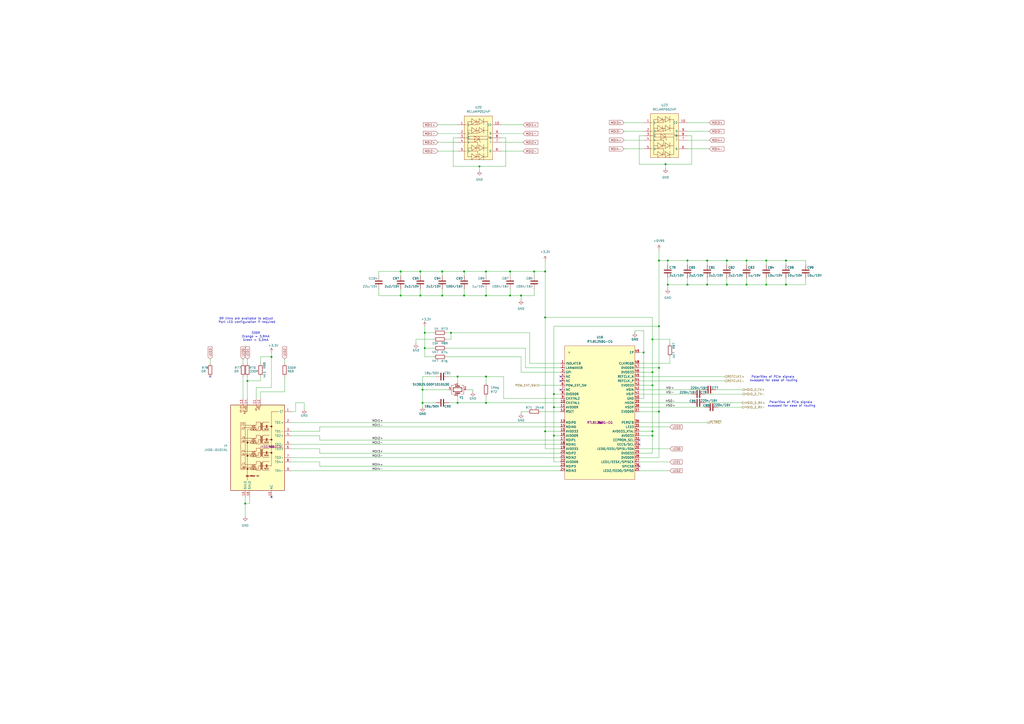
<source format=kicad_sch>
(kicad_sch (version 20250114) (generator "eeschema") (generator_version "9.0")
  (paper "A2")
  (title_block (title "LattePanda Mu Console") (date "2025-07-30") (rev "V1.0"))
  (lib_symbols
    (symbol "Device:C" (pin_numbers (hide yes)) (pin_names (offset 0.254))
      (property "Reference" "C" (at 0.635 2.54 0))
      (property "Value" "C" (at 0.635 -2.54 0))
      (symbol "C_1_1"
        (pin passive line (at 0 3.81 270) (length 2.794) (name "~") (number "1"))
        (pin passive line (at 0 -3.81 90) (length 2.794) (name "~") (number "2"))
      )
    )
    (symbol "Device:Crystal_GND24" (pin_names (offset 1.016) (hide yes))
      (property "Reference" "Y" (at 3.175 5.08 0))
      (property "Value" "Crystal_GND24" (at 3.175 3.175 0))
      (symbol "Crystal_GND24_1_1"
        (pin passive line (at -3.81 0 0) (length 1.27) (name "1") (number "1"))
        (pin passive line (at 0 5.08 270) (length 1.27) (name "2") (number "2"))
        (pin passive line (at 0 -5.08 90) (length 1.27) (name "4") (number "4"))
        (pin passive line (at 3.81 0 180) (length 1.27) (name "3") (number "3"))
      )
    )
    (symbol "Device:R" (pin_numbers (hide yes)) (pin_names (offset 0))
      (property "Reference" "R" (at 2.032 0 90))
      (property "Value" "R" (at 0 0 90))
      (symbol "R_1_1"
        (pin passive line (at 0 3.81 270) (length 1.27) (name "~") (number "1"))
        (pin passive line (at 0 -3.81 90) (length 1.27) (name "~") (number "2"))
      )
    )
    (symbol "easyeda2kicad:RCLAMP0524P_C5261085"
      (property "Reference" "U" (at 0 17.78 0))
      (property "Value" "RCLAMP0524P_C5261085" (at 0 -17.78 0))
      (symbol "RCLAMP0524P_C5261085_0_1"
        (pin unspecified line (at -7.62 12.7 270) (length 5.08) (name "10") (number "10"))
        (pin unspecified line (at -7.62 -12.7 90) (length 5.08) (name "1") (number "1"))
        (pin unspecified line (at -2.54 12.7 270) (length 5.08) (name "9") (number "9"))
        (pin unspecified line (at -2.54 -12.7 90) (length 5.08) (name "2") (number "2"))
        (pin unspecified line (at 0 12.7 270) (length 5.08) (name "8") (number "8"))
        (pin unspecified line (at 0 -12.7 90) (length 5.08) (name "3") (number "3"))
        (pin unspecified line (at 2.54 12.7 270) (length 5.08) (name "7") (number "7"))
        (pin unspecified line (at 2.54 -12.7 90) (length 5.08) (name "4") (number "4"))
        (pin unspecified line (at 7.62 12.7 270) (length 5.08) (name "6") (number "6"))
        (pin unspecified line (at 7.62 -12.7 90) (length 5.08) (name "5") (number "5"))
      )
    )
    (symbol "easyeda2kicad:RJ45_JXD0_0101NL"
      (property "Reference" "J" (at -23.114 25.654 0))
      (property "Value" "JXD0-0101NL" (at 8.636 25.4 0))
      (symbol "RJ45_JXD0_0101NL_0_0"
        (text "1000pF 2kV" (at -9.906 -17.018 0) (effects (font (size 0.635 0.635))))
      )
      (symbol "RJ45_JXD0_0101NL_1_0"
        (text "75" (at -10.668 9.906 0) (effects (font (size 0.508 0.508))))
        (text "75" (at -10.668 2.286 0) (effects (font (size 0.508 0.508))))
        (text "75" (at -10.668 -5.334 0) (effects (font (size 0.508 0.508))))
        (text "75" (at -10.668 -12.954 0) (effects (font (size 0.508 0.508))))
      )
      (symbol "RJ45_JXD0_0101NL_1_1"
        (text "G" (at -17.78 22.86 0) (effects (font (size 1.27 1.27))))
        (text "O" (at -17.78 20.574 0) (effects (font (size 1.27 1.27))))
        (text "J1" (at -16.51 12.954 0) (effects (font (size 1.27 1.27))))
        (text "J2" (at -16.51 10.668 0) (effects (font (size 1.27 1.27))))
        (text "J3" (at -16.51 5.08 0) (effects (font (size 1.27 1.27))))
        (text "J6" (at -16.51 3.048 0) (effects (font (size 1.27 1.27))))
        (text "J4" (at -16.51 -2.54 0) (effects (font (size 1.27 1.27))))
        (text "J5" (at -16.51 -4.572 0) (effects (font (size 1.27 1.27))))
        (text "J7" (at -16.51 -10.16 0) (effects (font (size 1.27 1.27))))
        (text "J8" (at -16.51 -12.192 0) (effects (font (size 1.27 1.27))))
        (text "G" (at -8.89 21.59 0) (effects (font (size 1.27 1.27))))
        (text "0.1uF" (at -2.794 10.16 0) (effects (font (size 0.635 0.635))))
        (text "0.1uF" (at -2.794 2.54 0) (effects (font (size 0.635 0.635))))
        (text "0.1uF" (at -2.794 -5.08 0) (effects (font (size 0.635 0.635))))
        (text "0.1uF" (at -2.794 -12.7 0) (effects (font (size 0.635 0.635))))
        (pin passive line (at -16.51 27.94 270) (length 3.81) (name "~") (number "13"))
        (pin passive line (at -15.24 -29.21 90) (length 3.81) (name "SHLD") (number "15"))
        (pin passive line (at -13.97 27.94 270) (length 3.81) (name "~") (number "14"))
        (pin passive line (at -12.7 -29.21 90) (length 3.81) (name "SHLD") (number "16"))
        (pin passive line (at -8.89 27.94 270) (length 3.81) (name "~") (number "11"))
        (pin passive line (at -6.35 27.94 270) (length 3.81) (name "~") (number "12"))
        (pin no_connect line (at 0 -29.21 90) (length 3.81) (name "NC") (number "10"))
        (pin passive line (at 11.43 20.32 180) (length 3.81) (name "CT") (number "1"))
        (pin passive line (at 11.43 13.97 180) (length 3.81) (name "TD1+") (number "2"))
        (pin passive line (at 11.43 8.89 180) (length 3.81) (name "TD1-") (number "3"))
        (pin passive line (at 11.43 6.35 180) (length 3.81) (name "TD2+") (number "4"))
        (pin passive line (at 11.43 1.27 180) (length 3.81) (name "TD2-") (number "5"))
        (pin passive line (at 11.43 -1.27 180) (length 3.81) (name "TD3+") (number "6"))
        (pin passive line (at 11.43 -6.35 180) (length 3.81) (name "TD3-") (number "7"))
        (pin passive line (at 11.43 -8.89 180) (length 3.81) (name "TD4+") (number "8"))
        (pin passive line (at 11.43 -13.97 180) (length 3.81) (name "TD4-") (number "9"))
      )
    )
    (symbol "easyeda2kicad:RTL8125BG-CG"
      (property "Reference" "U" (at 0 46.228 0))
      (property "Value" "RTL8125BG-CG" (at 0 -35.052 0))
      (symbol "RTL8125BG-CG_1_1"
        (pin unspecified line (at -22.86 34.29 0) (length 2.54) (name "ISOLATEB") (number "1"))
        (pin unspecified line (at -22.86 31.75 0) (length 2.54) (name "LANWAKEB") (number "2"))
        (pin unspecified line (at -22.86 29.21 0) (length 2.54) (name "GPI") (number "3"))
        (pin unspecified line (at -22.86 26.67 0) (length 2.54) (name "NC") (number "4"))
        (pin unspecified line (at -22.86 24.13 0) (length 2.54) (name "NC") (number "5"))
        (pin unspecified line (at -22.86 21.59 0) (length 2.54) (name "POW_EXT_SW") (number "6"))
        (pin unspecified line (at -22.86 19.05 0) (length 2.54) (name "NC") (number "7"))
        (pin unspecified line (at -22.86 16.51 0) (length 2.54) (name "DVDD09") (number "8"))
        (pin unspecified line (at -22.86 13.97 0) (length 2.54) (name "CKXTAL2") (number "9"))
        (pin unspecified line (at -22.86 11.43 0) (length 2.54) (name "CKXTAL1") (number "10"))
        (pin unspecified line (at -22.86 8.89 0) (length 2.54) (name "AVDD09") (number "11"))
        (pin unspecified line (at -22.86 6.35 0) (length 2.54) (name "RSET") (number "12"))
        (pin unspecified line (at -22.86 0 0) (length 2.54) (name "MDIP0") (number "13"))
        (pin unspecified line (at -22.86 -2.54 0) (length 2.54) (name "MDIN0") (number "14"))
        (pin unspecified line (at -22.86 -5.08 0) (length 2.54) (name "AVDD33") (number "15"))
        (pin unspecified line (at -22.86 -7.62 0) (length 2.54) (name "AVDD09") (number "16"))
        (pin unspecified line (at -22.86 -10.16 0) (length 2.54) (name "MDIP1") (number "17"))
        (pin unspecified line (at -22.86 -12.7 0) (length 2.54) (name "MDIN1") (number "18"))
        (pin unspecified line (at -22.86 -15.24 0) (length 2.54) (name "AVDD33") (number "19"))
        (pin unspecified line (at -22.86 -17.78 0) (length 2.54) (name "MDIP2") (number "20"))
        (pin unspecified line (at -22.86 -20.32 0) (length 2.54) (name "MDIN2") (number "21"))
        (pin unspecified line (at -22.86 -22.86 0) (length 2.54) (name "AVDD09") (number "22"))
        (pin unspecified line (at -22.86 -25.4 0) (length 2.54) (name "MDIP3") (number "23"))
        (pin unspecified line (at -22.86 -27.94 0) (length 2.54) (name "MDIN3") (number "24"))
        (pin unspecified line (at 22.86 40.64 180) (length 2.54) (name "EP") (number "49"))
        (pin unspecified line (at 22.86 34.29 180) (length 2.54) (name "CLKREQB") (number "48"))
        (pin unspecified line (at 22.86 31.75 180) (length 2.54) (name "DVDD09") (number "47"))
        (pin unspecified line (at 22.86 29.21 180) (length 2.54) (name "DVDD33") (number "46"))
        (pin unspecified line (at 22.86 26.67 180) (length 2.54) (name "REFCLK_N") (number "45"))
        (pin unspecified line (at 22.86 24.13 180) (length 2.54) (name "REFCLK_P") (number "44"))
        (pin unspecified line (at 22.86 21.59 180) (length 2.54) (name "EVDD33") (number "43"))
        (pin unspecified line (at 22.86 19.05 180) (length 2.54) (name "HSIN") (number "42"))
        (pin unspecified line (at 22.86 16.51 180) (length 2.54) (name "HSIP") (number "41"))
        (pin unspecified line (at 22.86 13.97 180) (length 2.54) (name "GND") (number "40"))
        (pin unspecified line (at 22.86 11.43 180) (length 2.54) (name "HSON") (number "39"))
        (pin unspecified line (at 22.86 8.89 180) (length 2.54) (name "HSOP") (number "38"))
        (pin unspecified line (at 22.86 6.35 180) (length 2.54) (name "EVDD09") (number "37"))
        (pin unspecified line (at 22.86 0 180) (length 2.54) (name "PERSTB") (number "36"))
        (pin unspecified line (at 22.86 -2.54 180) (length 2.54) (name "LED3") (number "35"))
        (pin unspecified line (at 22.86 -5.08 180) (length 2.54) (name "AVDD33_XTAL") (number "34"))
        (pin unspecified line (at 22.86 -7.62 180) (length 2.54) (name "AVDD33") (number "33"))
        (pin unspecified line (at 22.86 -10.16 180) (length 2.54) (name "EEPROM_SEL") (number "32"))
        (pin unspecified line (at 22.86 -12.7 180) (length 2.54) (name "EECS/SCL") (number "31"))
        (pin unspecified line (at 22.86 -15.24 180) (length 2.54) (name "LED0/EEDI/SPISI/SDA") (number "30"))
        (pin unspecified line (at 22.86 -17.78 180) (length 2.54) (name "DVDD33") (number "29"))
        (pin unspecified line (at 22.86 -20.32 180) (length 2.54) (name "DVDD09") (number "28"))
        (pin unspecified line (at 22.86 -22.86 180) (length 2.54) (name "LED1/EESK/SPISCK") (number "27"))
        (pin unspecified line (at 22.86 -25.4 180) (length 2.54) (name "SPICSB") (number "26"))
        (pin unspecified line (at 22.86 -27.94 180) (length 2.54) (name "LED2/EEDO/SPISO") (number "25"))
      )
    )
    (symbol "power:+3.3V" (power) (pin_numbers (hide yes)) (pin_names (offset 0) (hide yes))
      (property "Value" "+3.3V" (at 0 3.556 0))
      (symbol "+3.3V_1_1"
        (pin power_in line (at 0 0 90) (length 0) (name "~") (number "1"))
      )
    )
    (symbol "power:GND" (power) (pin_numbers (hide yes)) (pin_names (offset 0) (hide yes))
      (property "Value" "GND" (at 0 -3.81 0))
      (symbol "GND_1_1"
        (pin power_in line (at 0 0 270) (length 0) (name "~") (number "1"))
      )
    )
  )
  (text "330R\nOrange = 3.9mA\nGreen = 3.3mA" (at 148.336 195.326 0) (effects (font (size 1.27 1.27))))
  (text "Polarities of PCIe signals \nswapped for ease of routing" (at 459.232 234.442 0) (effects (font (size 1.27 1.27))))
  (text "Polarities of PCIe signals \nswapped for ease of routing" (at 448.818 219.71 0) (effects (font (size 1.27 1.27))))
  (text "0R links are available to adjust \nPort LED configuration if required" (at 143.256 185.928 0) (effects (font (size 1.27 1.27))))
  (junction (at 433.07 151.13))
  (junction (at 281.94 157.48))
  (junction (at 316.23 250.19))
  (junction (at 455.93 165.1))
  (junction (at 433.07 165.1))
  (junction (at 232.41 171.45))
  (junction (at 246.38 201.93))
  (junction (at 410.21 165.1))
  (junction (at 269.24 171.45))
  (junction (at 245.11 233.68))
  (junction (at 143.51 220.98))
  (junction (at 265.43 233.68))
  (junction (at 378.46 250.19))
  (junction (at 378.46 223.52))
  (junction (at 455.93 151.13))
  (junction (at 382.27 189.23))
  (junction (at 243.84 171.45))
  (junction (at 278.13 96.52))
  (junction (at 378.46 252.73))
  (junction (at 398.78 151.13))
  (junction (at 373.38 204.47))
  (junction (at 269.24 157.48))
  (junction (at 321.31 252.73))
  (junction (at 245.11 226.06))
  (junction (at 387.35 151.13))
  (junction (at 157.48 207.01))
  (junction (at 295.91 171.45))
  (junction (at 378.46 196.85))
  (junction (at 256.54 157.48))
  (junction (at 281.94 171.45))
  (junction (at 421.64 165.1))
  (junction (at 295.91 157.48))
  (junction (at 281.94 233.68))
  (junction (at 382.27 151.13))
  (junction (at 265.43 218.44))
  (junction (at 398.78 165.1))
  (junction (at 382.27 213.36))
  (junction (at 321.31 228.6))
  (junction (at 309.88 157.48))
  (junction (at 232.41 157.48))
  (junction (at 246.38 193.04))
  (junction (at 142.24 292.1))
  (junction (at 281.94 218.44))
  (junction (at 410.21 151.13))
  (junction (at 444.5 165.1))
  (junction (at 382.27 238.76))
  (junction (at 243.84 157.48))
  (junction (at 321.31 236.22))
  (junction (at 421.64 151.13))
  (junction (at 256.54 171.45))
  (junction (at 387.35 165.1))
  (junction (at 386.08 95.25))
  (junction (at 316.23 184.15))
  (junction (at 444.5 151.13))
  (junction (at 261.62 193.04))
  (junction (at 378.46 215.9))
  (junction (at 302.26 171.45))
  (junction (at 316.23 157.48))
  (no_connect (at 370.84 255.27))
  (no_connect (at 325.12 226.06))
  (no_connect (at 325.12 220.98))
  (no_connect (at 370.84 257.81))
  (no_connect (at 325.12 218.44))
  (no_connect (at 370.84 270.51))
  (no_connect (at 157.48 288.29))
  (no_connect (at 121.92 218.44))
  (wire (pts (xy 321.31 252.73) (xy 325.12 252.73)))
  (wire (pts (xy 373.38 78.74) (xy 370.84 78.74)))
  (wire (pts (xy 269.24 171.45) (xy 281.94 171.45)))
  (wire (pts (xy 388.62 210.82) (xy 370.84 210.82)))
  (wire (pts (xy 232.41 167.64) (xy 232.41 171.45)))
  (wire (pts (xy 219.71 157.48) (xy 232.41 157.48)))
  (wire (pts (xy 302.26 215.9) (xy 302.26 207.01)))
  (wire (pts (xy 325.12 255.27) (xy 185.42 255.27)))
  (wire (pts (xy 281.94 171.45) (xy 281.94 167.64)))
  (wire (pts (xy 361.95 81.28) (xy 373.38 81.28)))
  (wire (pts (xy 252.73 218.44) (xy 245.11 218.44)))
  (wire (pts (xy 325.12 236.22) (xy 321.31 236.22)))
  (wire (pts (xy 252.73 233.68) (xy 245.11 233.68)))
  (wire (pts (xy 370.84 262.89) (xy 378.46 262.89)))
  (wire (pts (xy 309.88 157.48) (xy 316.23 157.48)))
  (wire (pts (xy 254 72.39) (xy 265.43 72.39)))
  (wire (pts (xy 411.48 76.2) (xy 398.78 76.2)))
  (wire (pts (xy 387.35 165.1) (xy 387.35 167.64)))
  (wire (pts (xy 387.35 151.13) (xy 398.78 151.13)))
  (wire (pts (xy 302.26 171.45) (xy 295.91 171.45)))
  (wire (pts (xy 256.54 157.48) (xy 269.24 157.48)))
  (wire (pts (xy 325.12 213.36) (xy 304.8 213.36)))
  (wire (pts (xy 386.08 95.25) (xy 401.32 95.25)))
  (wire (pts (xy 281.94 233.68) (xy 281.94 229.87)))
  (wire (pts (xy 325.12 210.82) (xy 307.34 210.82)))
  (wire (pts (xy 269.24 167.64) (xy 269.24 171.45)))
  (wire (pts (xy 241.3 196.85) (xy 241.3 199.39)))
  (wire (pts (xy 467.36 161.29) (xy 467.36 165.1)))
  (wire (pts (xy 370.84 78.74) (xy 370.84 95.25)))
  (wire (pts (xy 378.46 215.9) (xy 378.46 196.85)))
  (wire (pts (xy 373.38 204.47) (xy 370.84 204.47)))
  (wire (pts (xy 398.78 151.13) (xy 398.78 153.67)))
  (wire (pts (xy 410.21 161.29) (xy 410.21 165.1)))
  (wire (pts (xy 321.31 189.23) (xy 321.31 228.6)))
  (wire (pts (xy 388.62 207.01) (xy 388.62 210.82)))
  (wire (pts (xy 455.93 151.13) (xy 444.5 151.13)))
  (wire (pts (xy 185.42 262.89) (xy 185.42 260.35)))
  (wire (pts (xy 378.46 196.85) (xy 378.46 184.15)))
  (wire (pts (xy 304.8 213.36) (xy 304.8 201.93)))
  (wire (pts (xy 398.78 161.29) (xy 398.78 165.1)))
  (wire (pts (xy 325.12 260.35) (xy 316.23 260.35)))
  (wire (pts (xy 467.36 151.13) (xy 455.93 151.13)))
  (wire (pts (xy 388.62 196.85) (xy 378.46 196.85)))
  (wire (pts (xy 270.51 226.06) (xy 274.32 226.06)))
  (wire (pts (xy 382.27 238.76) (xy 382.27 265.43)))
  (wire (pts (xy 219.71 160.02) (xy 219.71 157.48)))
  (wire (pts (xy 370.84 228.6) (xy 401.32 228.6)))
  (wire (pts (xy 185.42 247.65) (xy 325.12 247.65)))
  (wire (pts (xy 278.13 96.52) (xy 293.37 96.52)))
  (wire (pts (xy 157.48 207.01) (xy 157.48 224.79)))
  (wire (pts (xy 370.84 260.35) (xy 388.62 260.35)))
  (wire (pts (xy 307.34 193.04) (xy 261.62 193.04)))
  (wire (pts (xy 144.78 292.1) (xy 142.24 292.1)))
  (wire (pts (xy 219.71 171.45) (xy 232.41 171.45)))
  (wire (pts (xy 302.26 238.76) (xy 306.07 238.76)))
  (wire (pts (xy 382.27 213.36) (xy 382.27 238.76)))
  (wire (pts (xy 168.91 245.11) (xy 325.12 245.11)))
  (wire (pts (xy 410.21 165.1) (xy 421.64 165.1)))
  (wire (pts (xy 303.53 87.63) (xy 290.83 87.63)))
  (wire (pts (xy 316.23 157.48) (xy 316.23 151.13)))
  (wire (pts (xy 316.23 250.19) (xy 325.12 250.19)))
  (wire (pts (xy 444.5 165.1) (xy 433.07 165.1)))
  (wire (pts (xy 378.46 252.73) (xy 378.46 250.19)))
  (wire (pts (xy 265.43 222.25) (xy 265.43 218.44)))
  (wire (pts (xy 168.91 257.81) (xy 325.12 257.81)))
  (wire (pts (xy 144.78 288.29) (xy 144.78 292.1)))
  (wire (pts (xy 243.84 157.48) (xy 256.54 157.48)))
  (wire (pts (xy 411.48 86.36) (xy 398.78 86.36)))
  (wire (pts (xy 387.35 165.1) (xy 387.35 161.29)))
  (wire (pts (xy 281.94 171.45) (xy 295.91 171.45)))
  (wire (pts (xy 256.54 167.64) (xy 256.54 171.45)))
  (wire (pts (xy 411.48 81.28) (xy 398.78 81.28)))
  (wire (pts (xy 302.26 207.01) (xy 259.08 207.01)))
  (wire (pts (xy 309.88 157.48) (xy 309.88 160.02)))
  (wire (pts (xy 165.1 227.33) (xy 151.13 227.33)))
  (wire (pts (xy 168.91 265.43) (xy 325.12 265.43)))
  (wire (pts (xy 421.64 151.13) (xy 421.64 153.67)))
  (wire (pts (xy 421.64 165.1) (xy 433.07 165.1)))
  (wire (pts (xy 185.42 260.35) (xy 168.91 260.35)))
  (wire (pts (xy 313.69 238.76) (xy 325.12 238.76)))
  (wire (pts (xy 370.84 250.19) (xy 378.46 250.19)))
  (wire (pts (xy 151.13 210.82) (xy 151.13 207.01)))
  (wire (pts (xy 312.42 223.52) (xy 325.12 223.52)))
  (wire (pts (xy 325.12 231.14) (xy 292.1 231.14)))
  (wire (pts (xy 444.5 153.67) (xy 444.5 151.13)))
  (wire (pts (xy 444.5 161.29) (xy 444.5 165.1)))
  (wire (pts (xy 370.84 265.43) (xy 382.27 265.43)))
  (wire (pts (xy 302.26 240.03) (xy 302.26 238.76)))
  (wire (pts (xy 143.51 220.98) (xy 143.51 231.14)))
  (wire (pts (xy 421.64 151.13) (xy 433.07 151.13)))
  (wire (pts (xy 370.84 238.76) (xy 382.27 238.76)))
  (wire (pts (xy 295.91 167.64) (xy 295.91 171.45)))
  (wire (pts (xy 433.07 161.29) (xy 433.07 165.1)))
  (wire (pts (xy 316.23 184.15) (xy 316.23 250.19)))
  (wire (pts (xy 373.38 231.14) (xy 373.38 204.47)))
  (wire (pts (xy 316.23 250.19) (xy 316.23 260.35)))
  (wire (pts (xy 243.84 171.45) (xy 256.54 171.45)))
  (wire (pts (xy 416.56 236.22) (xy 430.53 236.22)))
  (wire (pts (xy 361.95 71.12) (xy 373.38 71.12)))
  (wire (pts (xy 433.07 151.13) (xy 444.5 151.13)))
  (wire (pts (xy 401.32 95.25) (xy 401.32 78.74)))
  (wire (pts (xy 386.08 95.25) (xy 386.08 97.79)))
  (wire (pts (xy 370.84 215.9) (xy 378.46 215.9)))
  (wire (pts (xy 421.64 161.29) (xy 421.64 165.1)))
  (wire (pts (xy 370.84 218.44) (xy 420.37 218.44)))
  (wire (pts (xy 140.97 218.44) (xy 140.97 231.14)))
  (wire (pts (xy 260.35 226.06) (xy 245.11 226.06)))
  (wire (pts (xy 411.48 71.12) (xy 398.78 71.12)))
  (wire (pts (xy 373.38 191.77) (xy 373.38 204.47)))
  (wire (pts (xy 269.24 157.48) (xy 281.94 157.48)))
  (wire (pts (xy 295.91 157.48) (xy 309.88 157.48)))
  (wire (pts (xy 309.88 167.64) (xy 309.88 171.45)))
  (wire (pts (xy 245.11 236.22) (xy 245.11 233.68)))
  (wire (pts (xy 370.84 226.06) (xy 407.67 226.06)))
  (wire (pts (xy 303.53 82.55) (xy 290.83 82.55)))
  (wire (pts (xy 368.3 191.77) (xy 373.38 191.77)))
  (wire (pts (xy 281.94 157.48) (xy 295.91 157.48)))
  (wire (pts (xy 185.42 267.97) (xy 168.91 267.97)))
  (wire (pts (xy 370.84 223.52) (xy 378.46 223.52)))
  (wire (pts (xy 261.62 193.04) (xy 259.08 193.04)))
  (wire (pts (xy 243.84 167.64) (xy 243.84 171.45)))
  (wire (pts (xy 151.13 227.33) (xy 151.13 231.14)))
  (wire (pts (xy 254 82.55) (xy 265.43 82.55)))
  (wire (pts (xy 303.53 77.47) (xy 290.83 77.47)))
  (wire (pts (xy 245.11 226.06) (xy 245.11 218.44)))
  (wire (pts (xy 232.41 171.45) (xy 243.84 171.45)))
  (wire (pts (xy 321.31 236.22) (xy 321.31 228.6)))
  (wire (pts (xy 370.84 267.97) (xy 388.62 267.97)))
  (wire (pts (xy 176.53 233.68) (xy 171.45 233.68)))
  (wire (pts (xy 467.36 165.1) (xy 455.93 165.1)))
  (wire (pts (xy 243.84 157.48) (xy 243.84 160.02)))
  (wire (pts (xy 142.24 292.1) (xy 142.24 299.72)))
  (wire (pts (xy 176.53 237.49) (xy 176.53 233.68)))
  (wire (pts (xy 370.84 231.14) (xy 373.38 231.14)))
  (wire (pts (xy 246.38 193.04) (xy 246.38 201.93)))
  (wire (pts (xy 361.95 76.2) (xy 373.38 76.2)))
  (wire (pts (xy 387.35 151.13) (xy 387.35 153.67)))
  (wire (pts (xy 232.41 157.48) (xy 243.84 157.48)))
  (wire (pts (xy 185.42 252.73) (xy 168.91 252.73)))
  (wire (pts (xy 370.84 247.65) (xy 388.62 247.65)))
  (wire (pts (xy 378.46 262.89) (xy 378.46 252.73)))
  (wire (pts (xy 246.38 207.01) (xy 246.38 201.93)))
  (wire (pts (xy 325.12 215.9) (xy 302.26 215.9)))
  (wire (pts (xy 171.45 233.68) (xy 171.45 238.76)))
  (wire (pts (xy 269.24 157.48) (xy 269.24 160.02)))
  (wire (pts (xy 185.42 270.51) (xy 325.12 270.51)))
  (wire (pts (xy 171.45 238.76) (xy 168.91 238.76)))
  (wire (pts (xy 148.59 224.79) (xy 148.59 231.14)))
  (wire (pts (xy 251.46 207.01) (xy 246.38 207.01)))
  (wire (pts (xy 378.46 184.15) (xy 316.23 184.15)))
  (wire (pts (xy 388.62 199.39) (xy 388.62 196.85)))
  (wire (pts (xy 378.46 223.52) (xy 378.46 215.9)))
  (wire (pts (xy 251.46 196.85) (xy 241.3 196.85)))
  (wire (pts (xy 309.88 171.45) (xy 302.26 171.45)))
  (wire (pts (xy 265.43 218.44) (xy 260.35 218.44)))
  (wire (pts (xy 370.84 252.73) (xy 378.46 252.73)))
  (wire (pts (xy 455.93 151.13) (xy 455.93 153.67)))
  (wire (pts (xy 281.94 218.44) (xy 281.94 222.25)))
  (wire (pts (xy 361.95 86.36) (xy 373.38 86.36)))
  (wire (pts (xy 401.32 78.74) (xy 398.78 78.74)))
  (wire (pts (xy 410.21 245.11) (xy 370.84 245.11)))
  (wire (pts (xy 281.94 160.02) (xy 281.94 157.48)))
  (wire (pts (xy 281.94 218.44) (xy 292.1 218.44)))
  (wire (pts (xy 246.38 189.23) (xy 246.38 193.04)))
  (wire (pts (xy 143.51 218.44) (xy 143.51 220.98)))
  (wire (pts (xy 185.42 270.51) (xy 185.42 267.97)))
  (wire (pts (xy 368.3 193.04) (xy 368.3 191.77)))
  (wire (pts (xy 254 87.63) (xy 265.43 87.63)))
  (wire (pts (xy 292.1 231.14) (xy 292.1 218.44)))
  (wire (pts (xy 143.51 208.28) (xy 143.51 210.82)))
  (wire (pts (xy 307.34 210.82) (xy 307.34 193.04)))
  (wire (pts (xy 281.94 233.68) (xy 325.12 233.68)))
  (wire (pts (xy 165.1 218.44) (xy 165.1 227.33)))
  (wire (pts (xy 251.46 193.04) (xy 246.38 193.04)))
  (wire (pts (xy 303.53 72.39) (xy 290.83 72.39)))
  (wire (pts (xy 316.23 157.48) (xy 316.23 184.15)))
  (wire (pts (xy 265.43 233.68) (xy 265.43 229.87)))
  (wire (pts (xy 151.13 218.44) (xy 151.13 220.98)))
  (wire (pts (xy 387.35 165.1) (xy 398.78 165.1)))
  (wire (pts (xy 232.41 160.02) (xy 232.41 157.48)))
  (wire (pts (xy 256.54 171.45) (xy 269.24 171.45)))
  (wire (pts (xy 278.13 96.52) (xy 278.13 99.06)))
  (wire (pts (xy 410.21 151.13) (xy 421.64 151.13)))
  (wire (pts (xy 121.92 208.28) (xy 121.92 210.82)))
  (wire (pts (xy 321.31 189.23) (xy 382.27 189.23)))
  (wire (pts (xy 185.42 247.65) (xy 185.42 250.19)))
  (wire (pts (xy 265.43 233.68) (xy 260.35 233.68)))
  (wire (pts (xy 265.43 233.68) (xy 281.94 233.68)))
  (wire (pts (xy 378.46 250.19) (xy 378.46 223.52)))
  (wire (pts (xy 370.84 95.25) (xy 386.08 95.25)))
  (wire (pts (xy 142.24 288.29) (xy 142.24 292.1)))
  (wire (pts (xy 382.27 151.13) (xy 387.35 151.13)))
  (wire (pts (xy 325.12 228.6) (xy 321.31 228.6)))
  (wire (pts (xy 185.42 250.19) (xy 168.91 250.19)))
  (wire (pts (xy 415.29 226.06) (xy 430.53 226.06)))
  (wire (pts (xy 408.94 233.68) (xy 430.53 233.68)))
  (wire (pts (xy 168.91 273.05) (xy 325.12 273.05)))
  (wire (pts (xy 304.8 201.93) (xy 259.08 201.93)))
  (wire (pts (xy 274.32 226.06) (xy 274.32 227.33)))
  (wire (pts (xy 151.13 220.98) (xy 143.51 220.98)))
  (wire (pts (xy 245.11 233.68) (xy 245.11 226.06)))
  (wire (pts (xy 254 77.47) (xy 265.43 77.47)))
  (wire (pts (xy 321.31 252.73) (xy 321.31 236.22)))
  (wire (pts (xy 325.12 267.97) (xy 321.31 267.97)))
  (wire (pts (xy 410.21 151.13) (xy 410.21 153.67)))
  (wire (pts (xy 398.78 151.13) (xy 410.21 151.13)))
  (wire (pts (xy 265.43 218.44) (xy 281.94 218.44)))
  (wire (pts (xy 455.93 161.29) (xy 455.93 165.1)))
  (wire (pts (xy 295.91 157.48) (xy 295.91 160.02)))
  (wire (pts (xy 370.84 236.22) (xy 408.94 236.22)))
  (wire (pts (xy 185.42 262.89) (xy 325.12 262.89)))
  (wire (pts (xy 382.27 151.13) (xy 382.27 189.23)))
  (wire (pts (xy 259.08 196.85) (xy 261.62 196.85)))
  (wire (pts (xy 261.62 196.85) (xy 261.62 193.04)))
  (wire (pts (xy 433.07 151.13) (xy 433.07 153.67)))
  (wire (pts (xy 293.37 80.01) (xy 290.83 80.01)))
  (wire (pts (xy 408.94 228.6) (xy 430.53 228.6)))
  (wire (pts (xy 157.48 224.79) (xy 148.59 224.79)))
  (wire (pts (xy 151.13 207.01) (xy 157.48 207.01)))
  (wire (pts (xy 185.42 255.27) (xy 185.42 252.73)))
  (wire (pts (xy 256.54 160.02) (xy 256.54 157.48)))
  (wire (pts (xy 370.84 233.68) (xy 401.32 233.68)))
  (wire (pts (xy 262.89 80.01) (xy 262.89 96.52)))
  (wire (pts (xy 467.36 153.67) (xy 467.36 151.13)))
  (wire (pts (xy 382.27 189.23) (xy 382.27 213.36)))
  (wire (pts (xy 293.37 96.52) (xy 293.37 80.01)))
  (wire (pts (xy 219.71 167.64) (xy 219.71 171.45)))
  (wire (pts (xy 370.84 273.05) (xy 388.62 273.05)))
  (wire (pts (xy 251.46 201.93) (xy 246.38 201.93)))
  (wire (pts (xy 398.78 165.1) (xy 410.21 165.1)))
  (wire (pts (xy 302.26 171.45) (xy 302.26 173.99)))
  (wire (pts (xy 265.43 80.01) (xy 262.89 80.01)))
  (wire (pts (xy 382.27 144.78) (xy 382.27 151.13)))
  (wire (pts (xy 455.93 165.1) (xy 444.5 165.1)))
  (wire (pts (xy 157.48 204.47) (xy 157.48 207.01)))
  (wire (pts (xy 262.89 96.52) (xy 278.13 96.52)))
  (wire (pts (xy 165.1 210.82) (xy 165.1 208.28)))
  (wire (pts (xy 140.97 208.28) (xy 140.97 210.82)))
  (wire (pts (xy 370.84 213.36) (xy 382.27 213.36)))
  (wire (pts (xy 370.84 220.98) (xy 420.37 220.98)))
  (wire (pts (xy 321.31 267.97) (xy 321.31 252.73)))
  (label "MDI4-" (at 215.9 273.05 0))
  (label "HSO+" (at 386.08 236.22 0))
  (label "MDI2+" (at 215.9 255.27 0))
  (label "HSO-" (at 386.08 233.68 0))
  (label "MDI1+" (at 215.9 245.11 0))
  (label "MDI4+" (at 215.9 270.51 0))
  (label "MDI3-" (at 215.9 265.43 0))
  (label "HSI-" (at 391.16 228.6 180))
  (label "MDI1-" (at 215.9 247.65 0))
  (label "MDI2-" (at 215.9 257.81 0))
  (label "HSI+" (at 391.16 226.06 180))
  (label "MDI3+" (at 215.9 262.89 0))
  (global_label "MDI3+" (shape input) (at 411.48 71.12 0) (property "Intersheetrefs" "${INTERSHEET_REFS}" (effects (hide yes))))
  (global_label "MDI1-" (shape input) (at 254 77.47 180) (property "Intersheetrefs" "${INTERSHEET_REFS}" (effects (hide yes))))
  (global_label "LED2" (shape input) (at 388.62 273.05 0) (property "Intersheetrefs" "${INTERSHEET_REFS}" (effects (hide yes))))
  (global_label "MDI1+" (shape input) (at 254 72.39 180) (property "Intersheetrefs" "${INTERSHEET_REFS}" (effects (hide yes))))
  (global_label "LED3" (shape input) (at 121.92 208.28 90) (property "Intersheetrefs" "${INTERSHEET_REFS}" (effects (hide yes))))
  (global_label "MDI2+" (shape input) (at 254 82.55 180) (property "Intersheetrefs" "${INTERSHEET_REFS}" (effects (hide yes))))
  (global_label "MDI3-" (shape input) (at 411.48 76.2 0) (property "Intersheetrefs" "${INTERSHEET_REFS}" (effects (hide yes))))
  (global_label "LED1" (shape input) (at 143.51 208.28 90) (property "Intersheetrefs" "${INTERSHEET_REFS}" (effects (hide yes))))
  (global_label "LED2" (shape input) (at 165.1 208.28 90) (property "Intersheetrefs" "${INTERSHEET_REFS}" (effects (hide yes))))
  (global_label "MDI1-" (shape input) (at 303.53 77.47 0) (property "Intersheetrefs" "${INTERSHEET_REFS}" (effects (hide yes))))
  (global_label "MDI1+" (shape input) (at 303.53 72.39 0) (property "Intersheetrefs" "${INTERSHEET_REFS}" (effects (hide yes))))
  (global_label "MDI4+" (shape input) (at 411.48 81.28 0) (property "Intersheetrefs" "${INTERSHEET_REFS}" (effects (hide yes))))
  (global_label "LED3" (shape input) (at 388.62 247.65 0) (property "Intersheetrefs" "${INTERSHEET_REFS}" (effects (hide yes))))
  (global_label "MDI4-" (shape input) (at 361.95 86.36 180) (property "Intersheetrefs" "${INTERSHEET_REFS}" (effects (hide yes))))
  (global_label "MDI2-" (shape input) (at 303.53 87.63 0) (property "Intersheetrefs" "${INTERSHEET_REFS}" (effects (hide yes))))
  (global_label "MDI2-" (shape input) (at 254 87.63 180) (property "Intersheetrefs" "${INTERSHEET_REFS}" (effects (hide yes))))
  (global_label "LED0" (shape input) (at 140.97 208.28 90) (property "Intersheetrefs" "${INTERSHEET_REFS}" (effects (hide yes))))
  (global_label "MDI4-" (shape input) (at 411.48 86.36 0) (property "Intersheetrefs" "${INTERSHEET_REFS}" (effects (hide yes))))
  (global_label "MDI4+" (shape input) (at 361.95 81.28 180) (property "Intersheetrefs" "${INTERSHEET_REFS}" (effects (hide yes))))
  (global_label "MDI3-" (shape input) (at 361.95 76.2 180) (property "Intersheetrefs" "${INTERSHEET_REFS}" (effects (hide yes))))
  (global_label "MDI3+" (shape input) (at 361.95 71.12 180) (property "Intersheetrefs" "${INTERSHEET_REFS}" (effects (hide yes))))
  (global_label "LED0" (shape input) (at 388.62 260.35 0) (property "Intersheetrefs" "${INTERSHEET_REFS}" (effects (hide yes))))
  (global_label "MDI2+" (shape input) (at 303.53 82.55 0) (property "Intersheetrefs" "${INTERSHEET_REFS}" (effects (hide yes))))
  (global_label "LED1" (shape input) (at 388.62 267.97 0) (property "Intersheetrefs" "${INTERSHEET_REFS}" (effects (hide yes))))
  (hierarchical_label "HSIO_2_RX-" (shape output) (at 430.53 236.22 0))
  (hierarchical_label "~{PLTRST}" (shape input) (at 410.21 245.11 0))
  (hierarchical_label "POW_EXT_SW" (shape output) (at 312.42 223.52 180))
  (hierarchical_label "REFCLK1+" (shape input) (at 420.37 218.44 0))
  (hierarchical_label "HSIO_2_TX+" (shape input) (at 430.53 226.06 0))
  (hierarchical_label "REFCLK1-" (shape input) (at 420.37 220.98 0))
  (hierarchical_label "HSIO_2_RX+" (shape output) (at 430.53 233.68 0))
  (hierarchical_label "HSIO_2_TX-" (shape input) (at 430.53 228.6 0))
  (symbol (lib_id "power:+3.3V") (at 157.48 204.47 0) (mirror y) (unit 1)
    (property "Reference" "#PWR066" (effects (hide yes)))
    (property "Value" "+3.3V" (at 161.544 200.406 0) (effects (justify left)))
    (property "Description" "Power symbol creates a global label with name \"+3.3V\"" (effects (hide yes)))
  )
  (symbol (lib_id "power:GND") (at 368.3 193.04 0) (mirror y) (unit 1)
    (property "Reference" "#PWR082" (effects (hide yes)))
    (property "Value" "GND" (at 368.3 196.85 0))
    (property "Description" "Power symbol creates a global label with name \"GND\" , ground" (effects (hide yes)))
  )
  (symbol (lib_id "Device:C") (at 387.35 157.48 180) (unit 1)
    (property "Reference" "C79" (at 388.112 155.194 0) (effects (justify right)))
    (property "Value" "2u2/10V" (at 388.112 159.766 0) (effects (justify right)))
    (property "Footprint" "Capacitor_SMD:C_0402_1005Metric" (effects (hide yes)))
    (property "Description" "Unpolarized capacitor" (effects (hide yes)))
    (property "LCSC Part" "C6119769" (effects (hide yes)))
    (property "DDD Stock" "No" (effects (hide yes)))
    (property "In Stock" "No" (effects (hide yes)))
  )
  (symbol (lib_id "Device:R") (at 143.51 214.63 180) (unit 1)
    (property "Reference" "R70" (at 146.558 213.36 0))
    (property "Value" "330R" (at 147.32 215.392 0))
    (property "Footprint" "Resistor_SMD:R_0603_1608Metric" (effects (hide yes)))
    (property "Description" "Resistor" (effects (hide yes)))
    (property "LCSC Part" "C23138" (effects (hide yes)))
    (property "MPN" "0603WAF3300T5E" (effects (hide yes)))
    (property "DDD Stock" "Yes" (effects (hide yes)))
  )
  (symbol (lib_id "Device:R") (at 151.13 214.63 0) (mirror x) (unit 1)
    (property "Reference" "R88" (at 153.416 210.058 90) (effects (justify left)))
    (property "Value" "4K3" (at 153.416 215.392 90) (effects (justify left)))
    (property "Footprint" "Resistor_SMD:R_0603_1608Metric" (effects (hide yes)))
    (property "Description" "Resistor" (effects (hide yes)))
    (property "LCSC Part" "C23159" (effects (hide yes)))
    (property "MPN" "0603WAF4301T5E" (effects (hide yes)))
    (property "DDD Stock" "Yes" (effects (hide yes)))
  )
  (symbol (lib_id "power:GND") (at 302.26 240.03 0) (mirror y) (unit 1)
    (property "Reference" "#PWR081" (effects (hide yes)))
    (property "Value" "GND" (at 302.26 243.84 0))
    (property "Description" "Power symbol creates a global label with name \"GND\" , ground" (effects (hide yes)))
  )
  (symbol (lib_id "Device:C") (at 219.71 163.83 0) (mirror x) (unit 1)
    (property "Reference" "C104" (at 218.948 161.544 0) (effects (justify right)))
    (property "Value" "22u/10V" (at 218.948 166.116 0) (effects (justify right)))
    (property "Footprint" "Capacitor_SMD:C_0402_1005Metric" (effects (hide yes)))
    (property "Description" "Unpolarized capacitor" (effects (hide yes)))
    (property "LCSC Part" "C22367823" (effects (hide yes)))
    (property "DDD Stock" "No" (effects (hide yes)))
    (property "In Stock" "No" (effects (hide yes)))
  )
  (symbol (lib_id "Device:C") (at 455.93 157.48 180) (unit 1)
    (property "Reference" "C98" (at 456.692 155.194 0) (effects (justify right)))
    (property "Value" "10u/10V" (at 456.692 159.766 0) (effects (justify right)))
    (property "Footprint" "Capacitor_SMD:C_0402_1005Metric" (effects (hide yes)))
    (property "Description" "Unpolarized capacitor" (effects (hide yes)))
    (property "LCSC Part" "C5252392" (effects (hide yes)))
    (property "DDD Stock" "No" (effects (hide yes)))
    (property "In Stock" "No" (effects (hide yes)))
  )
  (symbol (lib_id "Device:C") (at 398.78 157.48 180) (unit 1)
    (property "Reference" "C80" (at 399.542 155.194 0) (effects (justify right)))
    (property "Value" "2u2/10V" (at 399.542 159.766 0) (effects (justify right)))
    (property "Footprint" "Capacitor_SMD:C_0402_1005Metric" (effects (hide yes)))
    (property "Description" "Unpolarized capacitor" (effects (hide yes)))
    (property "LCSC Part" "C6119769" (effects (hide yes)))
    (property "DDD Stock" "No" (effects (hide yes)))
    (property "In Stock" "No" (effects (hide yes)))
  )
  (symbol (lib_id "Device:R") (at 281.94 226.06 0) (mirror x) (unit 1)
    (property "Reference" "R72" (at 284.48 227.3301 0) (effects (justify left)))
    (property "Value" "1Meg" (at 284.48 224.7901 0) (effects (justify left)))
    (property "Footprint" "Resistor_SMD:R_0603_1608Metric" (effects (hide yes)))
    (property "Description" "Resistor" (effects (hide yes)))
    (property "LCSC Part" "C22935" (effects (hide yes)))
    (property "MPN" "0603WAF1004T5E" (effects (hide yes)))
    (property "DDD Stock" "Yes" (effects (hide yes)))
  )
  (symbol (lib_id "power:GND") (at 241.3 199.39 0) (unit 1)
    (property "Reference" "#PWR083" (effects (hide yes)))
    (property "Value" "GND" (at 241.3 203.2 0))
    (property "Description" "Power symbol creates a global label with name \"GND\" , ground" (effects (hide yes)))
  )
  (symbol (lib_id "Device:C") (at 256.54 163.83 0) (mirror x) (unit 1)
    (property "Reference" "C94" (at 255.778 161.544 0) (effects (justify right)))
    (property "Value" "2u2/10V" (at 255.778 166.116 0) (effects (justify right)))
    (property "Footprint" "Capacitor_SMD:C_0402_1005Metric" (effects (hide yes)))
    (property "Description" "Unpolarized capacitor" (effects (hide yes)))
    (property "LCSC Part" "C6119769" (effects (hide yes)))
    (property "DDD Stock" "No" (effects (hide yes)))
    (property "In Stock" "No" (effects (hide yes)))
  )
  (symbol (lib_id "Device:C") (at 309.88 163.83 0) (mirror x) (unit 1)
    (property "Reference" "C85" (at 309.118 161.544 0) (effects (justify right)))
    (property "Value" "100n/16V" (at 309.118 166.116 0) (effects (justify right)))
    (property "Footprint" "Capacitor_SMD:C_0402_1005Metric" (effects (hide yes)))
    (property "Description" "Unpolarized capacitor" (effects (hide yes)))
    (property "LCSC Part" "C76698" (effects (hide yes)))
    (property "DDD Stock" "No" (effects (hide yes)))
    (property "In Stock" "No" (effects (hide yes)))
  )
  (symbol (lib_id "Device:C") (at 412.75 236.22 90) (unit 1)
    (property "Reference" "C88" (at 409.702 235.204 90))
    (property "Value" "220n/16V" (at 418.846 234.95 90))
    (property "Footprint" "Capacitor_SMD:C_0402_1005Metric" (effects (hide yes)))
    (property "Description" "Unpolarized capacitor" (effects (hide yes)))
    (property "LCSC Part" "C152777" (effects (hide yes)))
    (property "DDD Stock" "Yes" (effects (hide yes)))
    (property "In Stock" "Yes" (effects (hide yes)))
  )
  (symbol (lib_id "easyeda2kicad:RJ45_JXD0_0101NL") (at 157.48 259.08 0) (unit 1)
    (property "Reference" "J4" (at 132.08 258.4449 0) (effects (justify right)))
    (property "Value" "JXD0-0101NL" (at 132.08 260.9849 0) (effects (justify right)))
    (property "Footprint" "easyeda2kicad:RJ45-TH_JXD0-0101NL" (effects (hide yes)))
    (property "Description" "1 Port RJ45 Through Hole 2.5G Base-T, AutoMDIX" (effects (hide yes)))
    (property "DDD Stock" "No" (at 157.48 259.08 0))
    (property "MPN" "JXD0-0101NL" (at 157.48 259.08 0))
    (property "In Stock" "No" (at 157.48 259.08 0))
    (property "LCSC Part" "N/A" (at 157.48 259.08 0))
  )
  (symbol (lib_id "Device:C") (at 411.48 226.06 270) (mirror x) (unit 1)
    (property "Reference" "C77" (at 414.782 225.044 90))
    (property "Value" "220n/16V" (at 405.384 225.044 90))
    (property "Footprint" "Capacitor_SMD:C_0402_1005Metric" (effects (hide yes)))
    (property "Description" "Unpolarized capacitor" (effects (hide yes)))
    (property "LCSC Part" "C152777" (effects (hide yes)))
    (property "DDD Stock" "Yes" (effects (hide yes)))
    (property "In Stock" "Yes" (effects (hide yes)))
  )
  (symbol (lib_id "Device:R") (at 255.27 207.01 270) (mirror x) (unit 1)
    (property "Reference" "R76" (at 257.81 209.55 90))
    (property "Value" "4K7" (at 252.476 209.296 90))
    (property "Footprint" "Resistor_SMD:R_0603_1608Metric" (effects (hide yes)))
    (property "Description" "Resistor" (effects (hide yes)))
    (property "LCSC Part" "C23162" (effects (hide yes)))
    (property "MPN" "0603WAF4701T5E" (effects (hide yes)))
    (property "DDD Stock" "Yes" (effects (hide yes)))
  )
  (symbol (lib_id "Device:C") (at 405.13 228.6 270) (mirror x) (unit 1)
    (property "Reference" "C78" (at 408.178 227.584 90))
    (property "Value" "220n/16V" (at 399.034 227.584 90))
    (property "Footprint" "Capacitor_SMD:C_0402_1005Metric" (effects (hide yes)))
    (property "Description" "Unpolarized capacitor" (effects (hide yes)))
    (property "LCSC Part" "C152777" (effects (hide yes)))
    (property "DDD Stock" "Yes" (effects (hide yes)))
    (property "In Stock" "Yes" (effects (hide yes)))
  )
  (symbol (lib_id "power:GND") (at 386.08 97.79 0) (unit 1)
    (property "Reference" "#PWR075" (effects (hide yes)))
    (property "Value" "GND" (at 386.08 102.87 0))
    (property "Description" "Power symbol creates a global label with name \"GND\" , ground" (effects (hide yes)))
  )
  (symbol (lib_id "Device:C") (at 410.21 157.48 180) (unit 1)
    (property "Reference" "C81" (at 410.972 155.194 0) (effects (justify right)))
    (property "Value" "2u2/10V" (at 410.972 159.766 0) (effects (justify right)))
    (property "Footprint" "Capacitor_SMD:C_0402_1005Metric" (effects (hide yes)))
    (property "Description" "Unpolarized capacitor" (effects (hide yes)))
    (property "LCSC Part" "C6119769" (effects (hide yes)))
    (property "DDD Stock" "No" (effects (hide yes)))
    (property "In Stock" "No" (effects (hide yes)))
  )
  (symbol (lib_id "power:+3.3V") (at 316.23 151.13 0) (mirror y) (unit 1)
    (property "Reference" "#PWR069" (effects (hide yes)))
    (property "Value" "+3.3V" (at 316.23 146.05 0))
    (property "Description" "Power symbol creates a global label with name \"+3.3V\"" (effects (hide yes)))
  )
  (symbol (lib_id "Device:C") (at 433.07 157.48 180) (unit 1)
    (property "Reference" "C83" (at 433.832 155.194 0) (effects (justify right)))
    (property "Value" "1u/10V" (at 433.832 159.766 0) (effects (justify right)))
    (property "Footprint" "Capacitor_SMD:C_0402_1005Metric" (effects (hide yes)))
    (property "Description" "Unpolarized capacitor" (effects (hide yes)))
    (property "LCSC Part" "C7503520" (effects (hide yes)))
    (property "DDD Stock" "No" (effects (hide yes)))
    (property "In Stock" "No" (effects (hide yes)))
  )
  (symbol (lib_id "Device:C") (at 405.13 233.68 90) (unit 1)
    (property "Reference" "C86" (at 401.828 232.664 90))
    (property "Value" "220n/16V" (at 411.226 232.41 90))
    (property "Footprint" "Capacitor_SMD:C_0402_1005Metric" (effects (hide yes)))
    (property "Description" "Unpolarized capacitor" (effects (hide yes)))
    (property "LCSC Part" "C152777" (effects (hide yes)))
    (property "DDD Stock" "Yes" (effects (hide yes)))
    (property "In Stock" "Yes" (effects (hide yes)))
  )
  (symbol (lib_id "power:GND") (at 278.13 99.06 0) (unit 1)
    (property "Reference" "#PWR065" (effects (hide yes)))
    (property "Value" "GND" (at 278.13 104.14 0))
    (property "Description" "Power symbol creates a global label with name \"GND\" , ground" (effects (hide yes)))
  )
  (symbol (lib_id "Device:C") (at 256.54 218.44 270) (unit 1)
    (property "Reference" "C91" (at 261.62 216.408 90) (effects (justify right)))
    (property "Value" "18p/50V" (at 254.762 216.408 90) (effects (justify right)))
    (property "Footprint" "Capacitor_SMD:C_0402_1005Metric" (effects (hide yes)))
    (property "Description" "Unpolarized capacitor" (effects (hide yes)))
    (property "LCSC Part" "C5137554" (effects (hide yes)))
    (property "DDD Stock" "No" (effects (hide yes)))
    (property "In Stock" "No" (effects (hide yes)))
  )
  (symbol (lib_id "Device:Crystal_GND24") (at 265.43 226.06 270) (unit 1)
    (property "Reference" "Y1" (at 267.716 230.632 90))
    (property "Value" "SX3B25.000F1010G30" (at 249.936 223.012 90))
    (property "Footprint" "Crystal:Crystal_SMD_3225-4Pin_3.2x2.5mm" (effects (hide yes)))
    (property "Description" "Four pin crystal, GND on pins 2 and 4" (effects (hide yes)))
    (property "LCSC Part" "C7302033" (effects (hide yes)))
    (property "MPN" "SX3B25.000F1010G30" (effects (hide yes)))
    (property "DDD Stock" "Yes" (effects (hide yes)))
    (property "In Stock" "Yes" (effects (hide yes)))
  )
  (symbol (lib_id "Device:C") (at 467.36 157.48 180) (unit 1)
    (property "Reference" "C99" (at 468.122 155.194 0) (effects (justify right)))
    (property "Value" "10u/10V" (at 468.122 159.766 0) (effects (justify right)))
    (property "Footprint" "Capacitor_SMD:C_0402_1005Metric" (effects (hide yes)))
    (property "Description" "Unpolarized capacitor" (effects (hide yes)))
    (property "LCSC Part" "C5252392" (effects (hide yes)))
    (property "DDD Stock" "No" (effects (hide yes)))
    (property "In Stock" "No" (effects (hide yes)))
  )
  (symbol (lib_id "Device:C") (at 256.54 233.68 270) (mirror x) (unit 1)
    (property "Reference" "C90" (at 261.62 235.712 90) (effects (justify right)))
    (property "Value" "18p/50V" (at 254.762 235.712 90) (effects (justify right)))
    (property "Footprint" "Capacitor_SMD:C_0402_1005Metric" (effects (hide yes)))
    (property "Description" "Unpolarized capacitor" (effects (hide yes)))
    (property "LCSC Part" "C5137554" (effects (hide yes)))
    (property "DDD Stock" "No" (effects (hide yes)))
    (property "In Stock" "No" (effects (hide yes)))
  )
  (symbol (lib_id "power:GND") (at 176.53 237.49 0) (unit 1)
    (property "Reference" "#PWR063" (effects (hide yes)))
    (property "Value" "GND" (at 176.53 241.046 0))
    (property "Description" "Power symbol creates a global label with name \"GND\" , ground" (effects (hide yes)))
  )
  (symbol (lib_id "Device:R") (at 309.88 238.76 270) (unit 1)
    (property "Reference" "R71" (at 306.832 236.474 90))
    (property "Value" "2K49" (at 312.928 236.474 90))
    (property "Footprint" "Resistor_SMD:R_0603_1608Metric" (effects (hide yes)))
    (property "Description" "Resistor" (effects (hide yes)))
    (property "LCSC Part" "C22908" (effects (hide yes)))
    (property "MPN" "0603WAF2491T5E" (effects (hide yes)))
    (property "DDD Stock" "Yes" (effects (hide yes)))
  )
  (symbol (lib_id "Device:R") (at 121.92 214.63 0) (mirror x) (unit 1)
    (property "Reference" "R78" (at 118.872 213.36 0))
    (property "Value" "0R" (at 118.11 215.392 0))
    (property "Footprint" "Resistor_SMD:R_0603_1608Metric" (effects (hide yes)))
    (property "Description" "Resistor" (effects (hide yes)))
    (property "LCSC Part" "C21189" (effects (hide yes)))
    (property "MPN" "0603WAF0000T5E" (effects (hide yes)))
    (property "DDD Stock" "Yes" (effects (hide yes)))
  )
  (symbol (lib_id "Device:R") (at 140.97 214.63 0) (mirror x) (unit 1)
    (property "Reference" "R77" (at 137.922 213.36 0))
    (property "Value" "0R" (at 137.16 215.392 0))
    (property "Footprint" "Resistor_SMD:R_0603_1608Metric" (effects (hide yes)))
    (property "Description" "Resistor" (effects (hide yes)))
    (property "LCSC Part" "C21189" (effects (hide yes)))
    (property "MPN" "0603WAF0000T5E" (effects (hide yes)))
    (property "DDD Stock" "Yes" (effects (hide yes)))
  )
  (symbol (lib_id "Device:C") (at 243.84 163.83 0) (mirror x) (unit 1)
    (property "Reference" "C95" (at 243.078 161.544 0) (effects (justify right)))
    (property "Value" "2u2/10V" (at 243.078 166.116 0) (effects (justify right)))
    (property "Footprint" "Capacitor_SMD:C_0402_1005Metric" (effects (hide yes)))
    (property "Description" "Unpolarized capacitor" (effects (hide yes)))
    (property "LCSC Part" "C6119769" (effects (hide yes)))
    (property "DDD Stock" "No" (effects (hide yes)))
    (property "In Stock" "No" (effects (hide yes)))
  )
  (symbol (lib_id "power:GND") (at 245.11 236.22 0) (unit 1)
    (property "Reference" "#PWR074" (effects (hide yes)))
    (property "Value" "GND" (at 245.11 240.03 0))
    (property "Description" "Power symbol creates a global label with name \"GND\" , ground" (effects (hide yes)))
  )
  (symbol (lib_id "Device:R") (at 255.27 196.85 90) (mirror x) (unit 1)
    (property "Reference" "R89" (at 259.842 199.136 90) (effects (justify left)))
    (property "Value" "15K" (at 254.508 199.136 90) (effects (justify left)))
    (property "Footprint" "Resistor_SMD:R_0603_1608Metric" (effects (hide yes)))
    (property "Description" "Resistor" (effects (hide yes)))
    (property "LCSC Part" "C22809" (effects (hide yes)))
    (property "MPN" "0603WAF1502T5E" (effects (hide yes)))
    (property "DDD Stock" "Yes" (effects (hide yes)))
  )
  (symbol (lib_id "Device:C") (at 295.91 163.83 0) (mirror x) (unit 1)
    (property "Reference" "C87" (at 295.148 161.544 0) (effects (justify right)))
    (property "Value" "100n/16V" (at 295.148 166.116 0) (effects (justify right)))
    (property "Footprint" "Capacitor_SMD:C_0402_1005Metric" (effects (hide yes)))
    (property "Description" "Unpolarized capacitor" (effects (hide yes)))
    (property "LCSC Part" "C76698" (effects (hide yes)))
    (property "DDD Stock" "No" (effects (hide yes)))
    (property "In Stock" "No" (effects (hide yes)))
  )
  (symbol (lib_id "Device:R") (at 388.62 203.2 0) (mirror x) (unit 1)
    (property "Reference" "R87" (at 390.906 198.628 90) (effects (justify left)))
    (property "Value" "4K7" (at 390.906 203.962 90) (effects (justify left)))
    (property "Footprint" "Resistor_SMD:R_0603_1608Metric" (effects (hide yes)))
    (property "Description" "Resistor" (effects (hide yes)))
    (property "LCSC Part" "C23162" (effects (hide yes)))
    (property "MPN" "0603WAF4701T5E" (effects (hide yes)))
    (property "DDD Stock" "Yes" (effects (hide yes)))
  )
  (symbol (lib_id "easyeda2kicad:RCLAMP0524P_C5261085") (at 386.08 78.74 270) (unit 1)
    (property "Reference" "U23" (at 385.445 60.96 90))
    (property "Value" "RCLAMP0524P" (at 385.445 63.5 90))
    (property "Footprint" "easyeda2kicad:RCLAMP0524P" (effects (hide yes)))
    (property "LCSC Part" "C19829566" (effects (hide yes)))
    (property "MPN" "RCLAMP0524P" (effects (hide yes)))
    (property "DDD Stock" "No" (effects (hide yes)))
    (property "In Stock" "No" (effects (hide yes)))
  )
  (symbol (lib_id "Device:R") (at 165.1 214.63 0) (mirror x) (unit 1)
    (property "Reference" "R69" (at 166.624 215.392 0) (effects (justify left)))
    (property "Value" "330R" (at 166.624 213.36 0) (effects (justify left)))
    (property "Footprint" "Resistor_SMD:R_0603_1608Metric" (effects (hide yes)))
    (property "Description" "Resistor" (effects (hide yes)))
    (property "LCSC Part" "C23138" (effects (hide yes)))
    (property "MPN" "0603WAF3300T5E" (effects (hide yes)))
    (property "DDD Stock" "Yes" (effects (hide yes)))
  )
  (symbol (lib_id "Device:C") (at 421.64 157.48 180) (unit 1)
    (property "Reference" "C82" (at 422.402 155.194 0) (effects (justify right)))
    (property "Value" "2u2/10V" (at 422.402 159.766 0) (effects (justify right)))
    (property "Footprint" "Capacitor_SMD:C_0402_1005Metric" (effects (hide yes)))
    (property "Description" "Unpolarized capacitor" (effects (hide yes)))
    (property "LCSC Part" "C6119769" (effects (hide yes)))
    (property "DDD Stock" "No" (effects (hide yes)))
    (property "In Stock" "No" (effects (hide yes)))
  )
  (symbol (lib_id "power:GND") (at 274.32 227.33 0) (unit 1)
    (property "Reference" "#PWR072" (effects (hide yes)))
    (property "Value" "GND" (at 274.32 231.14 0))
    (property "Description" "Power symbol creates a global label with name \"GND\" , ground" (effects (hide yes)))
  )
  (symbol (lib_id "power:+3.3V") (at 382.27 144.78 0) (unit 1)
    (property "Reference" "#PWR067" (effects (hide yes)))
    (property "Value" "+0V95" (at 382.27 139.7 0))
    (property "Description" "Power symbol creates a global label with name \"+3.3V\"" (effects (hide yes)))
  )
  (symbol (lib_id "Device:C") (at 281.94 163.83 0) (mirror x) (unit 1)
    (property "Reference" "C89" (at 281.178 161.544 0) (effects (justify right)))
    (property "Value" "1u/10V" (at 281.178 166.116 0) (effects (justify right)))
    (property "Footprint" "Capacitor_SMD:C_0402_1005Metric" (effects (hide yes)))
    (property "Description" "Unpolarized capacitor" (effects (hide yes)))
    (property "LCSC Part" "C7503520" (effects (hide yes)))
    (property "DDD Stock" "No" (effects (hide yes)))
    (property "In Stock" "No" (effects (hide yes)))
  )
  (symbol (lib_id "easyeda2kicad:RTL8125BG-CG") (at 347.98 245.11 0) (unit 1)
    (property "Reference" "U16" (at 347.98 195.58 0))
    (property "Value" "RTL8125BG-CG" (at 347.98 198.12 0))
    (property "Footprint" "Package_DFN_QFN:QFN-48-1EP_6x6mm_P0.4mm_EP4.3x4.3mm" (effects (hide yes)))
    (property "LCSC Part" "C3013605" (effects (hide yes)))
    (property "DDD Stock" "No" (at 347.98 245.11 0))
    (property "MPN" "RTL8125BG-CG" (at 347.98 245.11 0))
    (property "In Stock" "No" (at 347.98 245.11 0))
  )
  (symbol (lib_id "power:GND") (at 302.26 173.99 0) (mirror y) (unit 1)
    (property "Reference" "#PWR071" (effects (hide yes)))
    (property "Value" "GND" (at 302.26 179.07 0))
    (property "Description" "Power symbol creates a global label with name \"GND\" , ground" (effects (hide yes)))
  )
  (symbol (lib_id "Device:R") (at 255.27 201.93 270) (mirror x) (unit 1)
    (property "Reference" "R74" (at 257.81 204.47 90))
    (property "Value" "4K7" (at 252.476 204.216 90))
    (property "Footprint" "Resistor_SMD:R_0603_1608Metric" (effects (hide yes)))
    (property "Description" "Resistor" (effects (hide yes)))
    (property "LCSC Part" "C23162" (effects (hide yes)))
    (property "MPN" "0603WAF4701T5E" (effects (hide yes)))
    (property "DDD Stock" "Yes" (effects (hide yes)))
  )
  (symbol (lib_id "Device:C") (at 444.5 157.48 180) (unit 1)
    (property "Reference" "C84" (at 445.262 155.194 0) (effects (justify right)))
    (property "Value" "10u/10V" (at 445.262 159.766 0) (effects (justify right)))
    (property "Footprint" "Capacitor_SMD:C_0402_1005Metric" (effects (hide yes)))
    (property "Description" "Unpolarized capacitor" (effects (hide yes)))
    (property "LCSC Part" "C5252392" (effects (hide yes)))
    (property "DDD Stock" "No" (effects (hide yes)))
    (property "In Stock" "No" (effects (hide yes)))
  )
  (symbol (lib_id "power:GND") (at 142.24 299.72 0) (mirror y) (unit 1)
    (property "Reference" "#PWR064" (effects (hide yes)))
    (property "Value" "GND" (at 142.24 304.8 0))
    (property "Description" "Power symbol creates a global label with name \"GND\" , ground" (effects (hide yes)))
  )
  (symbol (lib_id "power:GND") (at 387.35 167.64 0) (unit 1)
    (property "Reference" "#PWR068" (effects (hide yes)))
    (property "Value" "GND" (at 387.35 172.72 0))
    (property "Description" "Power symbol creates a global label with name \"GND\" , ground" (effects (hide yes)))
  )
  (symbol (lib_id "easyeda2kicad:RCLAMP0524P_C5261085") (at 278.13 80.01 270) (unit 1)
    (property "Reference" "U20" (at 277.495 62.23 90))
    (property "Value" "RCLAMP0524P" (at 277.495 64.77 90))
    (property "Footprint" "easyeda2kicad:RCLAMP0524P" (effects (hide yes)))
    (property "LCSC Part" "C19829566" (effects (hide yes)))
    (property "MPN" "RCLAMP0524P" (effects (hide yes)))
    (property "DDD Stock" "No" (effects (hide yes)))
    (property "In Stock" "No" (effects (hide yes)))
  )
  (symbol (lib_id "Device:R") (at 255.27 193.04 90) (unit 1)
    (property "Reference" "R73" (at 259.842 190.754 90) (effects (justify left)))
    (property "Value" "1K" (at 254.508 190.754 90) (effects (justify left)))
    (property "Footprint" "Resistor_SMD:R_0603_1608Metric" (effects (hide yes)))
    (property "Description" "Resistor" (effects (hide yes)))
    (property "LCSC Part" "C21190" (effects (hide yes)))
    (property "MPN" "0603WAF1001T5E" (effects (hide yes)))
    (property "DDD Stock" "Yes" (effects (hide yes)))
  )
  (symbol (lib_id "Device:C") (at 232.41 163.83 0) (mirror x) (unit 1)
    (property "Reference" "C97" (at 231.648 161.544 0) (effects (justify right)))
    (property "Value" "2u2/10V" (at 231.648 166.116 0) (effects (justify right)))
    (property "Footprint" "Capacitor_SMD:C_0402_1005Metric" (effects (hide yes)))
    (property "Description" "Unpolarized capacitor" (effects (hide yes)))
    (property "LCSC Part" "C6119769" (effects (hide yes)))
    (property "DDD Stock" "No" (effects (hide yes)))
    (property "In Stock" "No" (effects (hide yes)))
  )
  (symbol (lib_id "power:+3.3V") (at 246.38 189.23 0) (mirror y) (unit 1)
    (property "Reference" "#PWR073" (effects (hide yes)))
    (property "Value" "+3.3V" (at 250.19 185.166 0) (effects (justify left)))
    (property "Description" "Power symbol creates a global label with name \"+3.3V\"" (effects (hide yes)))
  )
  (symbol (lib_id "Device:C") (at 269.24 163.83 0) (mirror x) (unit 1)
    (property "Reference" "C93" (at 268.478 161.544 0) (effects (justify right)))
    (property "Value" "100n/16V" (at 268.478 166.116 0) (effects (justify right)))
    (property "Footprint" "Capacitor_SMD:C_0402_1005Metric" (effects (hide yes)))
    (property "Description" "Unpolarized capacitor" (effects (hide yes)))
    (property "LCSC Part" "C76698" (effects (hide yes)))
    (property "DDD Stock" "No" (effects (hide yes)))
    (property "In Stock" "No" (effects (hide yes)))
  )
)
</source>
